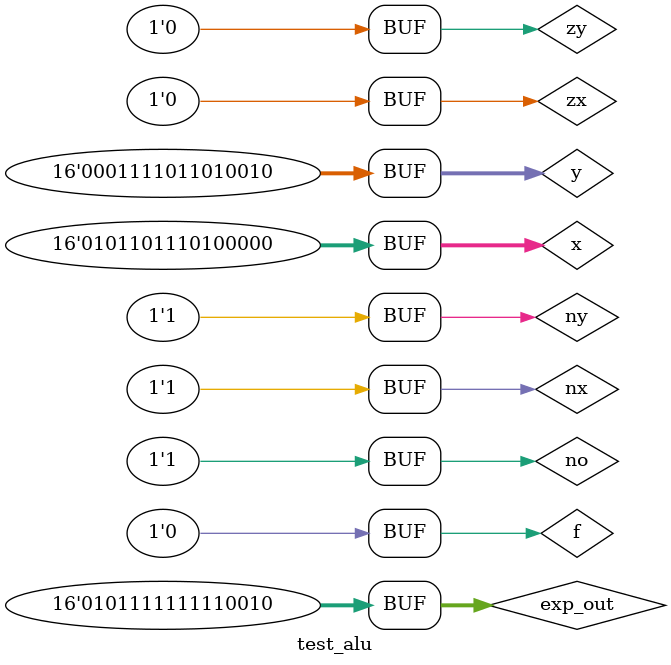
<source format=v>
module test_alu();
   reg zx, zy, nx, ny, f, no;
   reg [15:0] x;
   reg [15:0] y;
   reg [15:0] exp_out;

   wire [15:0] out;
   
   alu u1(out, x, y, zx, zy, nx, ny, f, no);
   
   initial
     begin
	x = 16'b0000000000000000;
	y = 16'b1111111111111111;
	zx = 1;
	nx = 0;
	zy = 1;
	ny = 0;
	f = 1;
	no = 0;
	exp_out = 16'b0000000000000000;

	#10
	x = 16'b0000000000000000;
	y = 16'b1111111111111111;
	zx = 1;
	nx = 1;
	zy = 1;
	ny = 1;
	f = 1;
	no = 1;
	exp_out = 16'b0000000000000001;

	#10
	x = 16'b0000000000000000;
	y = 16'b1111111111111111;
	zx = 1;
	nx = 1;
	zy = 1;
	ny = 0;
	f = 1;
	no = 0;
	exp_out = 16'b1111111111111111;

	#10
	x = 16'b0000000000000000;
	y = 16'b1111111111111111;
	zx = 0;
	nx = 0;
	zy = 1;
	ny = 1;
	f = 0;
	no = 0;
	exp_out = 16'b0000000000000000;

	#10
	x = 16'b0000000000000000;
	y = 16'b1111111111111111;
	zx = 1;
	nx = 1;
	zy = 0;
	ny = 0;
	f = 0;
	no = 0;
	exp_out = 16'b1111111111111111;

	#10
	x = 16'b0000000000000000;
	y = 16'b1111111111111111;
	zx = 0;
	nx = 0;
	zy = 1;
	ny = 1;
	f = 0;
	no = 1;
	exp_out = 16'b1111111111111111;

	#10
	x = 16'b0000000000000000;
	y = 16'b1111111111111111;
	zx = 1;
	nx = 1;
	zy = 0;
	ny = 0;
	f = 0;
	no = 1;
	exp_out = 16'b0000000000000000;

	#10
	x = 16'b0000000000000000;
	y = 16'b1111111111111111;
	zx = 0;
	nx = 0;
	zy = 1;
	ny = 1;
	f = 1;
	no = 1;
	exp_out = 16'b0000000000000000;

	#10
	x = 16'b0000000000000000;
	y = 16'b1111111111111111;
	zx = 1;
	nx = 1;
	zy = 0;
	ny = 0;
	f = 1;
	no = 1;
	exp_out = 16'b0000000000000001;

	#10
	x = 16'b0000000000000000;
	y = 16'b1111111111111111;
	zx = 0;
	nx = 1;
	zy = 1;
	ny = 1;
	f = 1;
	no = 1;
	exp_out = 16'b0000000000000001;

	#10
	x = 16'b0000000000000000;
	y = 16'b1111111111111111;
	zx = 1;
	nx = 1;
	zy = 0;
	ny = 1;
	f = 1;
	no = 1;
	exp_out = 16'b0000000000000000;

	#10
	x = 16'b0000000000000000;
	y = 16'b1111111111111111;
	zx = 0;
	nx = 0;
	zy = 1;
	ny = 1;
	f = 1;
	no = 0;
	exp_out = 16'b1111111111111111;

	#10
	x = 16'b0000000000000000;
	y = 16'b1111111111111111;
	zx = 1;
	nx = 1;
	zy = 0;
	ny = 0;
	f = 1;
	no = 0;
	exp_out = 16'b1111111111111110;

	#10
	x = 16'b0000000000000000;
	y = 16'b1111111111111111;
	zx = 0;
	nx = 0;
	zy = 0;
	ny = 0;
	f = 1;
	no = 0;
	exp_out = 16'b1111111111111111;

	#10
	x = 16'b0000000000000000;
	y = 16'b1111111111111111;
	zx = 0;
	nx = 1;
	zy = 0;
	ny = 0;
	f = 1;
	no = 1;
	exp_out = 16'b0000000000000001;

	#10
	x = 16'b0000000000000000;
	y = 16'b1111111111111111;
	zx = 0;
	nx = 0;
	zy = 0;
	ny = 1;
	f = 1;
	no = 1;
	exp_out = 16'b1111111111111111;

	#10
	x = 16'b0000000000000000;
	y = 16'b1111111111111111;
	zx = 0;
	nx = 0;
	zy = 0;
	ny = 0;
	f = 0;
	no = 0;
	exp_out = 16'b0000000000000000;

	#10
	x = 16'b0000000000000000;
	y = 16'b1111111111111111;
	zx = 0;
	nx = 1;
	zy = 0;
	ny = 1;
	f = 0;
	no = 1;
	exp_out = 16'b1111111111111111;

	#10
	x = 16'b0101101110100000;
	y = 16'b0001111011010010;
	zx = 1;
	nx = 0;
	zy = 1;
	ny = 0;
	f = 1;
	no = 0;
	exp_out = 16'b0000000000000000;

	#10
	x = 16'b0101101110100000;
	y = 16'b0001111011010010;
	zx = 1;
	nx = 1;
	zy = 1;
	ny = 1;
	f = 1;
	no = 1;
	exp_out = 16'b0000000000000001;

	#10
	x = 16'b0101101110100000;
	y = 16'b0001111011010010;
	zx = 1;
	nx = 1;
	zy = 1;
	ny = 0;
	f = 1;
	no = 0;
	exp_out = 16'b1111111111111111;

	#10
	x = 16'b0101101110100000;
	y = 16'b0001111011010010;
	zx = 0;
	nx = 0;
	zy = 1;
	ny = 1;
	f = 0;
	no = 0;
	exp_out = 16'b0101101110100000;

	#10
	x = 16'b0101101110100000;
	y = 16'b0001111011010010;
	zx = 1;
	nx = 1;
	zy = 0;
	ny = 0;
	f = 0;
	no = 0;
	exp_out = 16'b0001111011010010;

	#10
	x = 16'b0101101110100000;
	y = 16'b0001111011010010;
	zx = 0;
	nx = 0;
	zy = 1;
	ny = 1;
	f = 0;
	no = 1;
	exp_out = 16'b1010010001011111;

	#10
	x = 16'b0101101110100000;
	y = 16'b0001111011010010;
	zx = 1;
	nx = 1;
	zy = 0;
	ny = 0;
	f = 0;
	no = 1;
	exp_out = 16'b1110000100101101;

	#10
	x = 16'b0101101110100000;
	y = 16'b0001111011010010;
	zx = 0;
	nx = 0;
	zy = 1;
	ny = 1;
	f = 1;
	no = 1;
	exp_out = 16'b1010010001100000;

	#10
	x = 16'b0101101110100000;
	y = 16'b0001111011010010;
	zx = 1;
	nx = 1;
	zy = 0;
	ny = 0;
	f = 1;
	no = 1;
	exp_out = 16'b1110000100101110;

	#10
	x = 16'b0101101110100000;
	y = 16'b0001111011010010;
	zx = 0;
	nx = 1;
	zy = 1;
	ny = 1;
	f = 1;
	no = 1;
	exp_out = 16'b0101101110100001;

	#10
	x = 16'b0101101110100000;
	y = 16'b0001111011010010;
	zx = 1;
	nx = 1;
	zy = 0;
	ny = 1;
	f = 1;
	no = 1;
	exp_out = 16'b0001111011010011;

	#10
	x = 16'b0101101110100000;
	y = 16'b0001111011010010;
	zx = 0;
	nx = 0;
	zy = 1;
	ny = 1;
	f = 1;
	no = 0;
	exp_out = 16'b0101101110011111;

	#10
	x = 16'b0101101110100000;
	y = 16'b0001111011010010;
	zx = 1;
	nx = 1;
	zy = 0;
	ny = 0;
	f = 1;
	no = 0;
	exp_out = 16'b0001111011010001;

	#10
	x = 16'b0101101110100000;
	y = 16'b0001111011010010;
	zx = 0;
	nx = 0;
	zy = 0;
	ny = 0;
	f = 1;
	no = 0;
	exp_out = 16'b0111101001110010;

	#10
	x = 16'b0101101110100000;
	y = 16'b0001111011010010;
	zx = 0;
	nx = 1;
	zy = 0;
	ny = 0;
	f = 1;
	no = 1;
	exp_out = 16'b0011110011001110;

	#10
	x = 16'b0101101110100000;
	y = 16'b0001111011010010;
	zx = 0;
	nx = 0;
	zy = 0;
	ny = 1;
	f = 1;
	no = 1;
	exp_out = 16'b1100001100110010;

	#10
	x = 16'b0101101110100000;
	y = 16'b0001111011010010;
	zx = 0;
	nx = 0;
	zy = 0;
	ny = 0;
	f = 0;
	no = 0;
	exp_out = 16'b0001101010000000;

	#10
	x = 16'b0101101110100000;
	y = 16'b0001111011010010;
	zx = 0;
	nx = 1;
	zy = 0;
	ny = 1;
	f = 0;
	no = 1;
	exp_out = 16'b0101111111110010;
     end

   initial
     $monitor("alu %d %b %b %b %b %b %b %b %b (%b %b)", $time, zx, zy, nx, ny, f, no, x, y, out, exp_out);
   
endmodule

</source>
